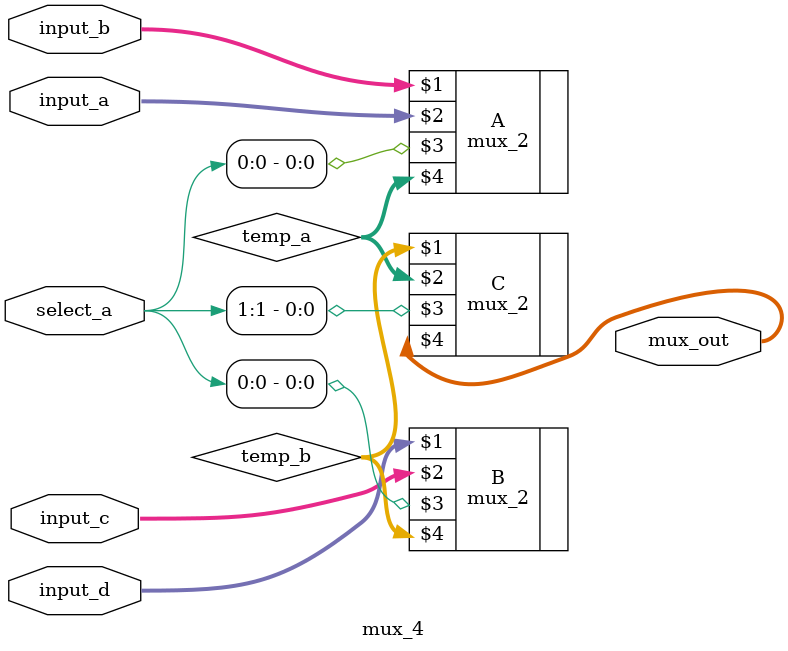
<source format=v>
module mux_4 
  #(
   parameter integer DATA_W = 16
   )(
      input  wire [DATA_W-1:0] input_a,
      input  wire [DATA_W-1:0] input_b,
      input  wire [DATA_W-1:0] input_c,
      input  wire [DATA_W-1:0] input_d,
      input  wire [1:0]        select_a,
      output reg  [DATA_W-1:0] mux_out
   );
   wire[DATA_W:0] temp_a, temp_b;

   mux_2 #(.DATA_W(DATA_W)) A(input_b, input_a, select_a[0], temp_a);
   mux_2 #(.DATA_W(DATA_W)) B(input_d, input_c, select_a[0], temp_b);
   mux_2 #(.DATA_W(DATA_W)) C(temp_b, temp_a, select_a[1], mux_out);
endmodule


</source>
